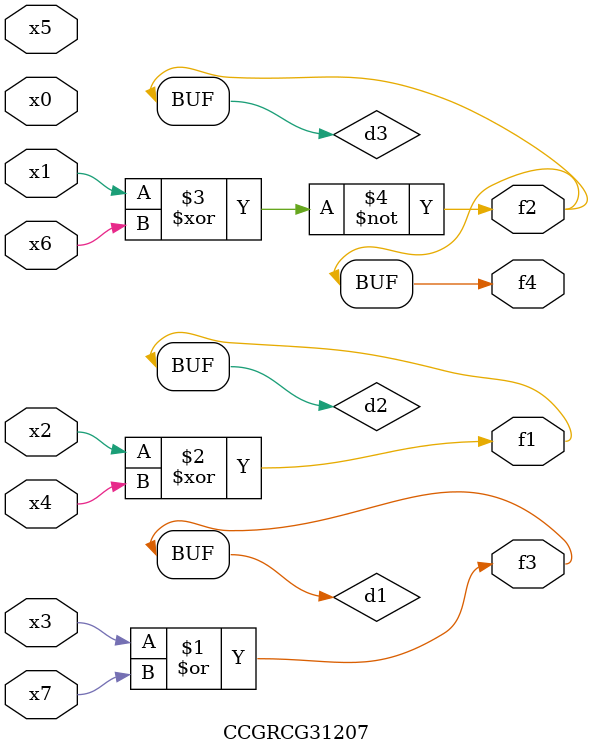
<source format=v>
module CCGRCG31207(
	input x0, x1, x2, x3, x4, x5, x6, x7,
	output f1, f2, f3, f4
);

	wire d1, d2, d3;

	or (d1, x3, x7);
	xor (d2, x2, x4);
	xnor (d3, x1, x6);
	assign f1 = d2;
	assign f2 = d3;
	assign f3 = d1;
	assign f4 = d3;
endmodule

</source>
